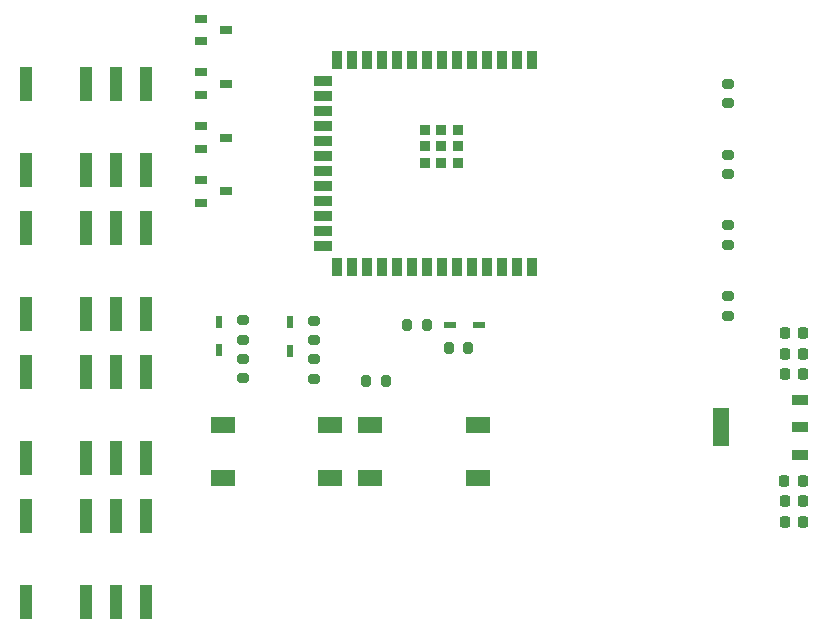
<source format=gbr>
%TF.GenerationSoftware,KiCad,Pcbnew,9.0.3*%
%TF.CreationDate,2025-07-23T10:37:13+02:00*%
%TF.ProjectId,DinoSpand_v2.0,44696e6f-5370-4616-9e64-5f76322e302e,rev?*%
%TF.SameCoordinates,Original*%
%TF.FileFunction,Paste,Top*%
%TF.FilePolarity,Positive*%
%FSLAX46Y46*%
G04 Gerber Fmt 4.6, Leading zero omitted, Abs format (unit mm)*
G04 Created by KiCad (PCBNEW 9.0.3) date 2025-07-23 10:37:13*
%MOMM*%
%LPD*%
G01*
G04 APERTURE LIST*
G04 Aperture macros list*
%AMRoundRect*
0 Rectangle with rounded corners*
0 $1 Rounding radius*
0 $2 $3 $4 $5 $6 $7 $8 $9 X,Y pos of 4 corners*
0 Add a 4 corners polygon primitive as box body*
4,1,4,$2,$3,$4,$5,$6,$7,$8,$9,$2,$3,0*
0 Add four circle primitives for the rounded corners*
1,1,$1+$1,$2,$3*
1,1,$1+$1,$4,$5*
1,1,$1+$1,$6,$7*
1,1,$1+$1,$8,$9*
0 Add four rect primitives between the rounded corners*
20,1,$1+$1,$2,$3,$4,$5,0*
20,1,$1+$1,$4,$5,$6,$7,0*
20,1,$1+$1,$6,$7,$8,$9,0*
20,1,$1+$1,$8,$9,$2,$3,0*%
G04 Aperture macros list end*
%ADD10R,1.000000X0.500000*%
%ADD11RoundRect,0.225000X0.225000X0.250000X-0.225000X0.250000X-0.225000X-0.250000X0.225000X-0.250000X0*%
%ADD12R,0.500000X1.000000*%
%ADD13R,1.100000X0.650000*%
%ADD14RoundRect,0.200000X-0.275000X0.200000X-0.275000X-0.200000X0.275000X-0.200000X0.275000X0.200000X0*%
%ADD15R,2.100000X1.400000*%
%ADD16R,1.100000X3.000000*%
%ADD17R,1.350000X0.950000*%
%ADD18R,1.350000X3.250000*%
%ADD19RoundRect,0.200000X-0.200000X-0.275000X0.200000X-0.275000X0.200000X0.275000X-0.200000X0.275000X0*%
%ADD20RoundRect,0.200000X0.275000X-0.200000X0.275000X0.200000X-0.275000X0.200000X-0.275000X-0.200000X0*%
%ADD21R,0.900000X1.500000*%
%ADD22R,1.500000X0.900000*%
%ADD23R,0.900000X0.900000*%
G04 APERTURE END LIST*
D10*
%TO.C,D7*%
X128975000Y-67785000D03*
X131375000Y-67785000D03*
%TD*%
D11*
%TO.C,C7*%
X158845000Y-72000000D03*
X157295000Y-72000000D03*
%TD*%
%TO.C,C4*%
X158845000Y-82750000D03*
X157295000Y-82750000D03*
%TD*%
D12*
%TO.C,D5*%
X115425000Y-70010000D03*
X115425000Y-67610000D03*
%TD*%
D13*
%TO.C,Q2*%
X107900000Y-46440000D03*
X107900000Y-48360000D03*
X110000000Y-47400000D03*
%TD*%
D14*
%TO.C,R21*%
X152500000Y-59400000D03*
X152500000Y-61050000D03*
%TD*%
D15*
%TO.C,S1*%
X109700000Y-76250000D03*
X118800000Y-76250000D03*
X109700000Y-80750000D03*
X118800000Y-80750000D03*
%TD*%
D11*
%TO.C,C8*%
X158845000Y-70250000D03*
X157295000Y-70250000D03*
%TD*%
D16*
%TO.C,K3*%
X93075000Y-79090000D03*
X98155000Y-79090000D03*
X100695000Y-79090000D03*
X103235000Y-79090000D03*
X103235000Y-71800000D03*
X100695000Y-71800000D03*
X98155000Y-71800000D03*
X93075000Y-71800000D03*
%TD*%
D17*
%TO.C,U3*%
X158600000Y-78800000D03*
X158600000Y-76500000D03*
X158600000Y-74200000D03*
D18*
X151900000Y-76500000D03*
%TD*%
D11*
%TO.C,C6*%
X158820000Y-81000000D03*
X157270000Y-81000000D03*
%TD*%
D15*
%TO.C,S2*%
X122200000Y-76250000D03*
X131300000Y-76250000D03*
X122200000Y-80750000D03*
X131300000Y-80750000D03*
%TD*%
D13*
%TO.C,Q4*%
X107900000Y-55540000D03*
X107900000Y-57460000D03*
X110000000Y-56500000D03*
%TD*%
D12*
%TO.C,D4*%
X109425000Y-69960000D03*
X109425000Y-67560000D03*
%TD*%
D16*
%TO.C,K1*%
X93075000Y-54690000D03*
X98155000Y-54690000D03*
X100695000Y-54690000D03*
X103235000Y-54690000D03*
X103235000Y-47400000D03*
X100695000Y-47400000D03*
X98155000Y-47400000D03*
X93075000Y-47400000D03*
%TD*%
D13*
%TO.C,Q1*%
X107900000Y-41890000D03*
X107900000Y-43810000D03*
X110000000Y-42850000D03*
%TD*%
D19*
%TO.C,R16*%
X121850000Y-72535000D03*
X123500000Y-72535000D03*
%TD*%
D14*
%TO.C,R22*%
X152500000Y-65400000D03*
X152500000Y-67050000D03*
%TD*%
D20*
%TO.C,R8*%
X111425000Y-72335000D03*
X111425000Y-70685000D03*
%TD*%
D13*
%TO.C,Q3*%
X107900000Y-50990000D03*
X107900000Y-52910000D03*
X110000000Y-51950000D03*
%TD*%
D21*
%TO.C,U2*%
X135935000Y-45425000D03*
X134665000Y-45425000D03*
X133395000Y-45425000D03*
X132125000Y-45425000D03*
X130855000Y-45425000D03*
X129585000Y-45425000D03*
X128315000Y-45425000D03*
X127045000Y-45425000D03*
X125775000Y-45425000D03*
X124505000Y-45425000D03*
X123235000Y-45425000D03*
X121965000Y-45425000D03*
X120695000Y-45425000D03*
X119425000Y-45425000D03*
D22*
X118175000Y-47190000D03*
X118175000Y-48460000D03*
X118175000Y-49730000D03*
X118175000Y-51000000D03*
X118175000Y-52270000D03*
X118175000Y-53540000D03*
X118175000Y-54810000D03*
X118175000Y-56080000D03*
X118175000Y-57350000D03*
X118175000Y-58620000D03*
X118175000Y-59890000D03*
X118175000Y-61160000D03*
D21*
X119425000Y-62925000D03*
X120695000Y-62925000D03*
X121965000Y-62925000D03*
X123235000Y-62925000D03*
X124505000Y-62925000D03*
X125775000Y-62925000D03*
X127045000Y-62925000D03*
X128315000Y-62925000D03*
X129585000Y-62925000D03*
X130855000Y-62925000D03*
X132125000Y-62925000D03*
X133395000Y-62925000D03*
X134665000Y-62925000D03*
X135935000Y-62925000D03*
D23*
X128215000Y-52675000D03*
X128215000Y-54075000D03*
X129615000Y-54075000D03*
X129615000Y-52675000D03*
X129615000Y-51275000D03*
X128215000Y-51275000D03*
X126815000Y-51275000D03*
X126815000Y-52675000D03*
X126815000Y-54075000D03*
%TD*%
D20*
%TO.C,R9*%
X111425000Y-69085000D03*
X111425000Y-67435000D03*
%TD*%
D14*
%TO.C,R19*%
X152500000Y-47400000D03*
X152500000Y-49050000D03*
%TD*%
D20*
%TO.C,R13*%
X117425000Y-69135000D03*
X117425000Y-67485000D03*
%TD*%
D19*
%TO.C,R17*%
X128850000Y-69785000D03*
X130500000Y-69785000D03*
%TD*%
D16*
%TO.C,K2*%
X93075000Y-66890000D03*
X98155000Y-66890000D03*
X100695000Y-66890000D03*
X103235000Y-66890000D03*
X103235000Y-59600000D03*
X100695000Y-59600000D03*
X98155000Y-59600000D03*
X93075000Y-59600000D03*
%TD*%
D14*
%TO.C,R20*%
X152500000Y-53400000D03*
X152500000Y-55050000D03*
%TD*%
D11*
%TO.C,C5*%
X158845000Y-84500000D03*
X157295000Y-84500000D03*
%TD*%
D16*
%TO.C,K4*%
X93075000Y-91290000D03*
X98155000Y-91290000D03*
X100695000Y-91290000D03*
X103235000Y-91290000D03*
X103235000Y-84000000D03*
X100695000Y-84000000D03*
X98155000Y-84000000D03*
X93075000Y-84000000D03*
%TD*%
D19*
%TO.C,R18*%
X125350000Y-67785000D03*
X127000000Y-67785000D03*
%TD*%
D20*
%TO.C,R12*%
X117425000Y-72385000D03*
X117425000Y-70735000D03*
%TD*%
D11*
%TO.C,C9*%
X158845000Y-68500000D03*
X157295000Y-68500000D03*
%TD*%
M02*

</source>
